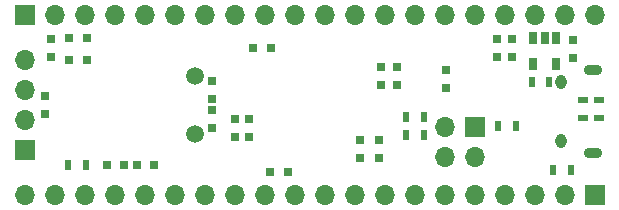
<source format=gbs>
G04 #@! TF.FileFunction,Soldermask,Bot*
%FSLAX46Y46*%
G04 Gerber Fmt 4.6, Leading zero omitted, Abs format (unit mm)*
G04 Created by KiCad (PCBNEW 4.0.6) date 10/14/17 17:52:05*
%MOMM*%
%LPD*%
G01*
G04 APERTURE LIST*
%ADD10C,0.150000*%
%ADD11R,0.750000X0.800000*%
%ADD12R,0.500000X0.900000*%
%ADD13R,1.700000X1.700000*%
%ADD14O,1.700000X1.700000*%
%ADD15O,0.950000X1.250000*%
%ADD16O,1.550000X0.900000*%
%ADD17R,0.900000X0.500000*%
%ADD18C,1.500000*%
%ADD19R,0.800000X0.750000*%
%ADD20R,0.650000X1.060000*%
G04 APERTURE END LIST*
D10*
D11*
X61645800Y-17346800D03*
X61645800Y-18846800D03*
D12*
X59664600Y-20904200D03*
X58164600Y-20904200D03*
D13*
X15240000Y-15240000D03*
D14*
X17780000Y-15240000D03*
X20320000Y-15240000D03*
X22860000Y-15240000D03*
X25400000Y-15240000D03*
X27940000Y-15240000D03*
X30480000Y-15240000D03*
X33020000Y-15240000D03*
X35560000Y-15240000D03*
X38100000Y-15240000D03*
X40640000Y-15240000D03*
X43180000Y-15240000D03*
X45720000Y-15240000D03*
X48260000Y-15240000D03*
X50800000Y-15240000D03*
X53340000Y-15240000D03*
X55880000Y-15240000D03*
X58420000Y-15240000D03*
X60960000Y-15240000D03*
X63500000Y-15240000D03*
D11*
X43662600Y-25855800D03*
X43662600Y-27355800D03*
D15*
X60647600Y-25893400D03*
X60647600Y-20893400D03*
D16*
X63347600Y-26893400D03*
X63347600Y-19893400D03*
D17*
X63855600Y-22479000D03*
X63855600Y-23979000D03*
D12*
X61468000Y-28346400D03*
X59968000Y-28346400D03*
D18*
X29641800Y-20443800D03*
X29641800Y-25323800D03*
D13*
X53340000Y-24765000D03*
D14*
X53340000Y-27305000D03*
X50800000Y-24765000D03*
X50800000Y-27305000D03*
D12*
X56846600Y-24663400D03*
X55346600Y-24663400D03*
X49022000Y-23876000D03*
X47522000Y-23876000D03*
D17*
X62509400Y-22479000D03*
X62509400Y-23979000D03*
D13*
X15240000Y-26670000D03*
D14*
X15240000Y-24130000D03*
X15240000Y-21590000D03*
X15240000Y-19050000D03*
D13*
X63500000Y-30480000D03*
D14*
X60960000Y-30480000D03*
X58420000Y-30480000D03*
X55880000Y-30480000D03*
X53340000Y-30480000D03*
X50800000Y-30480000D03*
X48260000Y-30480000D03*
X45720000Y-30480000D03*
X43180000Y-30480000D03*
X40640000Y-30480000D03*
X38100000Y-30480000D03*
X35560000Y-30480000D03*
X33020000Y-30480000D03*
X30480000Y-30480000D03*
X27940000Y-30480000D03*
X25400000Y-30480000D03*
X22860000Y-30480000D03*
X20320000Y-30480000D03*
X17780000Y-30480000D03*
X15240000Y-30480000D03*
D19*
X24714200Y-27929840D03*
X26214200Y-27929840D03*
D11*
X31089600Y-23291800D03*
X31089600Y-24791800D03*
X31089600Y-22353400D03*
X31089600Y-20853400D03*
D12*
X20423000Y-27940000D03*
X18923000Y-27940000D03*
D11*
X16967200Y-23623400D03*
X16967200Y-22123400D03*
D19*
X37515800Y-28549600D03*
X36015800Y-28549600D03*
D11*
X50901600Y-21439000D03*
X50901600Y-19939000D03*
D19*
X34593400Y-18034000D03*
X36093400Y-18034000D03*
D11*
X34239200Y-25577800D03*
X34239200Y-24077800D03*
X45440600Y-21132800D03*
X45440600Y-19632800D03*
D19*
X23674200Y-27929840D03*
X22174200Y-27929840D03*
D12*
X47522000Y-25400000D03*
X49022000Y-25400000D03*
D20*
X58298000Y-17221200D03*
X59248000Y-17221200D03*
X60198000Y-17221200D03*
X60198000Y-19421200D03*
X58298000Y-19421200D03*
D11*
X56515000Y-17296000D03*
X56515000Y-18796000D03*
D19*
X19023200Y-17221200D03*
X20523200Y-17221200D03*
D11*
X17449800Y-17272000D03*
X17449800Y-18772000D03*
D19*
X20523200Y-19024600D03*
X19023200Y-19024600D03*
D11*
X55245000Y-18796000D03*
X55245000Y-17296000D03*
X33070800Y-25591200D03*
X33070800Y-24091200D03*
X46761400Y-19634200D03*
X46761400Y-21134200D03*
X45212000Y-27357200D03*
X45212000Y-25857200D03*
M02*

</source>
